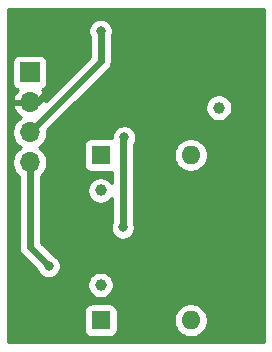
<source format=gbl>
G04 #@! TF.GenerationSoftware,KiCad,Pcbnew,5.1.6-c6e7f7d~87~ubuntu18.04.1*
G04 #@! TF.CreationDate,2021-01-03T20:00:45-05:00*
G04 #@! TF.ProjectId,entropy,656e7472-6f70-4792-9e6b-696361645f70,rev?*
G04 #@! TF.SameCoordinates,Original*
G04 #@! TF.FileFunction,Copper,L2,Bot*
G04 #@! TF.FilePolarity,Positive*
%FSLAX46Y46*%
G04 Gerber Fmt 4.6, Leading zero omitted, Abs format (unit mm)*
G04 Created by KiCad (PCBNEW 5.1.6-c6e7f7d~87~ubuntu18.04.1) date 2021-01-03 20:00:45*
%MOMM*%
%LPD*%
G01*
G04 APERTURE LIST*
G04 #@! TA.AperFunction,ComponentPad*
%ADD10R,1.600000X1.600000*%
G04 #@! TD*
G04 #@! TA.AperFunction,ComponentPad*
%ADD11O,1.600000X1.600000*%
G04 #@! TD*
G04 #@! TA.AperFunction,ComponentPad*
%ADD12R,1.700000X1.700000*%
G04 #@! TD*
G04 #@! TA.AperFunction,ComponentPad*
%ADD13O,1.700000X1.700000*%
G04 #@! TD*
G04 #@! TA.AperFunction,ComponentPad*
%ADD14C,1.000000*%
G04 #@! TD*
G04 #@! TA.AperFunction,ViaPad*
%ADD15C,0.800000*%
G04 #@! TD*
G04 #@! TA.AperFunction,Conductor*
%ADD16C,0.600000*%
G04 #@! TD*
G04 #@! TA.AperFunction,Conductor*
%ADD17C,0.254000*%
G04 #@! TD*
G04 APERTURE END LIST*
D10*
X167000000Y-140000000D03*
D11*
X174620000Y-140000000D03*
X174620000Y-126000000D03*
D10*
X167000000Y-126000000D03*
D12*
X161000000Y-119000000D03*
D13*
X161000000Y-121540000D03*
X161000000Y-124080000D03*
X161000000Y-126620000D03*
D14*
X167000000Y-137000000D03*
X167000000Y-129000000D03*
X177000000Y-122000000D03*
D15*
X170600000Y-118200000D03*
X167500000Y-114000000D03*
X177000000Y-115000000D03*
X175500000Y-120500000D03*
X164000000Y-115000000D03*
X161000000Y-116000000D03*
X175500000Y-129000000D03*
X176000000Y-124000000D03*
X171000000Y-127000000D03*
X167000000Y-124000000D03*
X161000000Y-135500000D03*
X164500000Y-137000000D03*
X167500000Y-135500000D03*
X168500000Y-133500000D03*
X170500000Y-138500000D03*
X175000000Y-138000000D03*
X174500000Y-135500000D03*
X174000000Y-133000000D03*
X179000000Y-133000000D03*
X167500000Y-130500000D03*
X165700000Y-127900000D03*
X170600000Y-132500000D03*
X178800000Y-138000000D03*
X173400000Y-137600000D03*
X165400000Y-121700000D03*
X164800000Y-122400000D03*
X164100000Y-123100000D03*
X162500000Y-120700000D03*
X168875000Y-132125000D03*
X169000000Y-124500000D03*
X167000000Y-115500000D03*
X162600000Y-135400000D03*
D16*
X161000000Y-121540000D02*
X161660000Y-121540000D01*
X161660000Y-121540000D02*
X162500000Y-120700000D01*
X162500000Y-120700000D02*
X162500000Y-120700000D01*
X168875000Y-132125000D02*
X168875000Y-124625000D01*
X168875000Y-124625000D02*
X169000000Y-124500000D01*
X161000000Y-124080000D02*
X167000000Y-118080000D01*
X167000000Y-118080000D02*
X167000000Y-115500000D01*
X161000000Y-133800000D02*
X161000000Y-133000000D01*
X162600000Y-135400000D02*
X161000000Y-133800000D01*
X161000000Y-126620000D02*
X161000000Y-133000000D01*
D17*
G36*
X180840000Y-141840000D02*
G01*
X159160000Y-141840000D01*
X159160000Y-139200000D01*
X165561928Y-139200000D01*
X165561928Y-140800000D01*
X165574188Y-140924482D01*
X165610498Y-141044180D01*
X165669463Y-141154494D01*
X165748815Y-141251185D01*
X165845506Y-141330537D01*
X165955820Y-141389502D01*
X166075518Y-141425812D01*
X166200000Y-141438072D01*
X167800000Y-141438072D01*
X167924482Y-141425812D01*
X168044180Y-141389502D01*
X168154494Y-141330537D01*
X168251185Y-141251185D01*
X168330537Y-141154494D01*
X168389502Y-141044180D01*
X168425812Y-140924482D01*
X168438072Y-140800000D01*
X168438072Y-139858665D01*
X173185000Y-139858665D01*
X173185000Y-140141335D01*
X173240147Y-140418574D01*
X173348320Y-140679727D01*
X173505363Y-140914759D01*
X173705241Y-141114637D01*
X173940273Y-141271680D01*
X174201426Y-141379853D01*
X174478665Y-141435000D01*
X174761335Y-141435000D01*
X175038574Y-141379853D01*
X175299727Y-141271680D01*
X175534759Y-141114637D01*
X175734637Y-140914759D01*
X175891680Y-140679727D01*
X175999853Y-140418574D01*
X176055000Y-140141335D01*
X176055000Y-139858665D01*
X175999853Y-139581426D01*
X175891680Y-139320273D01*
X175734637Y-139085241D01*
X175534759Y-138885363D01*
X175299727Y-138728320D01*
X175038574Y-138620147D01*
X174761335Y-138565000D01*
X174478665Y-138565000D01*
X174201426Y-138620147D01*
X173940273Y-138728320D01*
X173705241Y-138885363D01*
X173505363Y-139085241D01*
X173348320Y-139320273D01*
X173240147Y-139581426D01*
X173185000Y-139858665D01*
X168438072Y-139858665D01*
X168438072Y-139200000D01*
X168425812Y-139075518D01*
X168389502Y-138955820D01*
X168330537Y-138845506D01*
X168251185Y-138748815D01*
X168154494Y-138669463D01*
X168044180Y-138610498D01*
X167924482Y-138574188D01*
X167800000Y-138561928D01*
X166200000Y-138561928D01*
X166075518Y-138574188D01*
X165955820Y-138610498D01*
X165845506Y-138669463D01*
X165748815Y-138748815D01*
X165669463Y-138845506D01*
X165610498Y-138955820D01*
X165574188Y-139075518D01*
X165561928Y-139200000D01*
X159160000Y-139200000D01*
X159160000Y-136888212D01*
X165865000Y-136888212D01*
X165865000Y-137111788D01*
X165908617Y-137331067D01*
X165994176Y-137537624D01*
X166118388Y-137723520D01*
X166276480Y-137881612D01*
X166462376Y-138005824D01*
X166668933Y-138091383D01*
X166888212Y-138135000D01*
X167111788Y-138135000D01*
X167331067Y-138091383D01*
X167537624Y-138005824D01*
X167723520Y-137881612D01*
X167881612Y-137723520D01*
X168005824Y-137537624D01*
X168091383Y-137331067D01*
X168135000Y-137111788D01*
X168135000Y-136888212D01*
X168091383Y-136668933D01*
X168005824Y-136462376D01*
X167881612Y-136276480D01*
X167723520Y-136118388D01*
X167537624Y-135994176D01*
X167331067Y-135908617D01*
X167111788Y-135865000D01*
X166888212Y-135865000D01*
X166668933Y-135908617D01*
X166462376Y-135994176D01*
X166276480Y-136118388D01*
X166118388Y-136276480D01*
X165994176Y-136462376D01*
X165908617Y-136668933D01*
X165865000Y-136888212D01*
X159160000Y-136888212D01*
X159160000Y-118150000D01*
X159511928Y-118150000D01*
X159511928Y-119850000D01*
X159524188Y-119974482D01*
X159560498Y-120094180D01*
X159619463Y-120204494D01*
X159698815Y-120301185D01*
X159795506Y-120380537D01*
X159905820Y-120439502D01*
X159986466Y-120463966D01*
X159902412Y-120539731D01*
X159728359Y-120773080D01*
X159603175Y-121035901D01*
X159558524Y-121183110D01*
X159679845Y-121413000D01*
X160873000Y-121413000D01*
X160873000Y-121393000D01*
X161127000Y-121393000D01*
X161127000Y-121413000D01*
X161147000Y-121413000D01*
X161147000Y-121667000D01*
X161127000Y-121667000D01*
X161127000Y-121687000D01*
X160873000Y-121687000D01*
X160873000Y-121667000D01*
X159679845Y-121667000D01*
X159558524Y-121896890D01*
X159603175Y-122044099D01*
X159728359Y-122306920D01*
X159902412Y-122540269D01*
X160118645Y-122735178D01*
X160235534Y-122804805D01*
X160053368Y-122926525D01*
X159846525Y-123133368D01*
X159684010Y-123376589D01*
X159572068Y-123646842D01*
X159515000Y-123933740D01*
X159515000Y-124226260D01*
X159572068Y-124513158D01*
X159684010Y-124783411D01*
X159846525Y-125026632D01*
X160053368Y-125233475D01*
X160227760Y-125350000D01*
X160053368Y-125466525D01*
X159846525Y-125673368D01*
X159684010Y-125916589D01*
X159572068Y-126186842D01*
X159515000Y-126473740D01*
X159515000Y-126766260D01*
X159572068Y-127053158D01*
X159684010Y-127323411D01*
X159846525Y-127566632D01*
X160053368Y-127773475D01*
X160065000Y-127781247D01*
X160065001Y-132954058D01*
X160065000Y-132954068D01*
X160065000Y-133754068D01*
X160060476Y-133800000D01*
X160065000Y-133845931D01*
X160078529Y-133983291D01*
X160131993Y-134159539D01*
X160218814Y-134321971D01*
X160335656Y-134464344D01*
X160371341Y-134493630D01*
X161622569Y-135744858D01*
X161682795Y-135890256D01*
X161796063Y-136059774D01*
X161940226Y-136203937D01*
X162109744Y-136317205D01*
X162298102Y-136395226D01*
X162498061Y-136435000D01*
X162701939Y-136435000D01*
X162901898Y-136395226D01*
X163090256Y-136317205D01*
X163259774Y-136203937D01*
X163403937Y-136059774D01*
X163517205Y-135890256D01*
X163595226Y-135701898D01*
X163635000Y-135501939D01*
X163635000Y-135298061D01*
X163595226Y-135098102D01*
X163517205Y-134909744D01*
X163403937Y-134740226D01*
X163259774Y-134596063D01*
X163090256Y-134482795D01*
X162944858Y-134422569D01*
X161935000Y-133412711D01*
X161935000Y-127781247D01*
X161946632Y-127773475D01*
X162153475Y-127566632D01*
X162315990Y-127323411D01*
X162427932Y-127053158D01*
X162485000Y-126766260D01*
X162485000Y-126473740D01*
X162427932Y-126186842D01*
X162315990Y-125916589D01*
X162153475Y-125673368D01*
X161946632Y-125466525D01*
X161772240Y-125350000D01*
X161946632Y-125233475D01*
X161980107Y-125200000D01*
X165561928Y-125200000D01*
X165561928Y-126800000D01*
X165574188Y-126924482D01*
X165610498Y-127044180D01*
X165669463Y-127154494D01*
X165748815Y-127251185D01*
X165845506Y-127330537D01*
X165955820Y-127389502D01*
X166075518Y-127425812D01*
X166200000Y-127438072D01*
X167800000Y-127438072D01*
X167924482Y-127425812D01*
X167940001Y-127421104D01*
X167940001Y-128363864D01*
X167881612Y-128276480D01*
X167723520Y-128118388D01*
X167537624Y-127994176D01*
X167331067Y-127908617D01*
X167111788Y-127865000D01*
X166888212Y-127865000D01*
X166668933Y-127908617D01*
X166462376Y-127994176D01*
X166276480Y-128118388D01*
X166118388Y-128276480D01*
X165994176Y-128462376D01*
X165908617Y-128668933D01*
X165865000Y-128888212D01*
X165865000Y-129111788D01*
X165908617Y-129331067D01*
X165994176Y-129537624D01*
X166118388Y-129723520D01*
X166276480Y-129881612D01*
X166462376Y-130005824D01*
X166668933Y-130091383D01*
X166888212Y-130135000D01*
X167111788Y-130135000D01*
X167331067Y-130091383D01*
X167537624Y-130005824D01*
X167723520Y-129881612D01*
X167881612Y-129723520D01*
X167940000Y-129636136D01*
X167940000Y-131677704D01*
X167879774Y-131823102D01*
X167840000Y-132023061D01*
X167840000Y-132226939D01*
X167879774Y-132426898D01*
X167957795Y-132615256D01*
X168071063Y-132784774D01*
X168215226Y-132928937D01*
X168384744Y-133042205D01*
X168573102Y-133120226D01*
X168773061Y-133160000D01*
X168976939Y-133160000D01*
X169176898Y-133120226D01*
X169365256Y-133042205D01*
X169534774Y-132928937D01*
X169678937Y-132784774D01*
X169792205Y-132615256D01*
X169870226Y-132426898D01*
X169910000Y-132226939D01*
X169910000Y-132023061D01*
X169870226Y-131823102D01*
X169810000Y-131677705D01*
X169810000Y-125858665D01*
X173185000Y-125858665D01*
X173185000Y-126141335D01*
X173240147Y-126418574D01*
X173348320Y-126679727D01*
X173505363Y-126914759D01*
X173705241Y-127114637D01*
X173940273Y-127271680D01*
X174201426Y-127379853D01*
X174478665Y-127435000D01*
X174761335Y-127435000D01*
X175038574Y-127379853D01*
X175299727Y-127271680D01*
X175534759Y-127114637D01*
X175734637Y-126914759D01*
X175891680Y-126679727D01*
X175999853Y-126418574D01*
X176055000Y-126141335D01*
X176055000Y-125858665D01*
X175999853Y-125581426D01*
X175891680Y-125320273D01*
X175734637Y-125085241D01*
X175534759Y-124885363D01*
X175299727Y-124728320D01*
X175038574Y-124620147D01*
X174761335Y-124565000D01*
X174478665Y-124565000D01*
X174201426Y-124620147D01*
X173940273Y-124728320D01*
X173705241Y-124885363D01*
X173505363Y-125085241D01*
X173348320Y-125320273D01*
X173240147Y-125581426D01*
X173185000Y-125858665D01*
X169810000Y-125858665D01*
X169810000Y-125150700D01*
X169917205Y-124990256D01*
X169995226Y-124801898D01*
X170035000Y-124601939D01*
X170035000Y-124398061D01*
X169995226Y-124198102D01*
X169917205Y-124009744D01*
X169803937Y-123840226D01*
X169659774Y-123696063D01*
X169490256Y-123582795D01*
X169301898Y-123504774D01*
X169101939Y-123465000D01*
X168898061Y-123465000D01*
X168698102Y-123504774D01*
X168509744Y-123582795D01*
X168340226Y-123696063D01*
X168196063Y-123840226D01*
X168082795Y-124009744D01*
X168004774Y-124198102D01*
X167965000Y-124398061D01*
X167965000Y-124403894D01*
X167953529Y-124441709D01*
X167940017Y-124578900D01*
X167924482Y-124574188D01*
X167800000Y-124561928D01*
X166200000Y-124561928D01*
X166075518Y-124574188D01*
X165955820Y-124610498D01*
X165845506Y-124669463D01*
X165748815Y-124748815D01*
X165669463Y-124845506D01*
X165610498Y-124955820D01*
X165574188Y-125075518D01*
X165561928Y-125200000D01*
X161980107Y-125200000D01*
X162153475Y-125026632D01*
X162315990Y-124783411D01*
X162427932Y-124513158D01*
X162485000Y-124226260D01*
X162485000Y-123933740D01*
X162482271Y-123920019D01*
X164514078Y-121888212D01*
X175865000Y-121888212D01*
X175865000Y-122111788D01*
X175908617Y-122331067D01*
X175994176Y-122537624D01*
X176118388Y-122723520D01*
X176276480Y-122881612D01*
X176462376Y-123005824D01*
X176668933Y-123091383D01*
X176888212Y-123135000D01*
X177111788Y-123135000D01*
X177331067Y-123091383D01*
X177537624Y-123005824D01*
X177723520Y-122881612D01*
X177881612Y-122723520D01*
X178005824Y-122537624D01*
X178091383Y-122331067D01*
X178135000Y-122111788D01*
X178135000Y-121888212D01*
X178091383Y-121668933D01*
X178005824Y-121462376D01*
X177881612Y-121276480D01*
X177723520Y-121118388D01*
X177537624Y-120994176D01*
X177331067Y-120908617D01*
X177111788Y-120865000D01*
X176888212Y-120865000D01*
X176668933Y-120908617D01*
X176462376Y-120994176D01*
X176276480Y-121118388D01*
X176118388Y-121276480D01*
X175994176Y-121462376D01*
X175908617Y-121668933D01*
X175865000Y-121888212D01*
X164514078Y-121888212D01*
X167628666Y-118773624D01*
X167664344Y-118744344D01*
X167781186Y-118601972D01*
X167868007Y-118439540D01*
X167921471Y-118263292D01*
X167921471Y-118263291D01*
X167939524Y-118080001D01*
X167935000Y-118034069D01*
X167935000Y-115947295D01*
X167995226Y-115801898D01*
X168035000Y-115601939D01*
X168035000Y-115398061D01*
X167995226Y-115198102D01*
X167917205Y-115009744D01*
X167803937Y-114840226D01*
X167659774Y-114696063D01*
X167490256Y-114582795D01*
X167301898Y-114504774D01*
X167101939Y-114465000D01*
X166898061Y-114465000D01*
X166698102Y-114504774D01*
X166509744Y-114582795D01*
X166340226Y-114696063D01*
X166196063Y-114840226D01*
X166082795Y-115009744D01*
X166004774Y-115198102D01*
X165965000Y-115398061D01*
X165965000Y-115601939D01*
X166004774Y-115801898D01*
X166065001Y-115947297D01*
X166065000Y-117692710D01*
X162344713Y-121412998D01*
X162320156Y-121412998D01*
X162441476Y-121183110D01*
X162396825Y-121035901D01*
X162271641Y-120773080D01*
X162097588Y-120539731D01*
X162013534Y-120463966D01*
X162094180Y-120439502D01*
X162204494Y-120380537D01*
X162301185Y-120301185D01*
X162380537Y-120204494D01*
X162439502Y-120094180D01*
X162475812Y-119974482D01*
X162488072Y-119850000D01*
X162488072Y-118150000D01*
X162475812Y-118025518D01*
X162439502Y-117905820D01*
X162380537Y-117795506D01*
X162301185Y-117698815D01*
X162204494Y-117619463D01*
X162094180Y-117560498D01*
X161974482Y-117524188D01*
X161850000Y-117511928D01*
X160150000Y-117511928D01*
X160025518Y-117524188D01*
X159905820Y-117560498D01*
X159795506Y-117619463D01*
X159698815Y-117698815D01*
X159619463Y-117795506D01*
X159560498Y-117905820D01*
X159524188Y-118025518D01*
X159511928Y-118150000D01*
X159160000Y-118150000D01*
X159160000Y-113660000D01*
X180840001Y-113660000D01*
X180840000Y-141840000D01*
G37*
X180840000Y-141840000D02*
X159160000Y-141840000D01*
X159160000Y-139200000D01*
X165561928Y-139200000D01*
X165561928Y-140800000D01*
X165574188Y-140924482D01*
X165610498Y-141044180D01*
X165669463Y-141154494D01*
X165748815Y-141251185D01*
X165845506Y-141330537D01*
X165955820Y-141389502D01*
X166075518Y-141425812D01*
X166200000Y-141438072D01*
X167800000Y-141438072D01*
X167924482Y-141425812D01*
X168044180Y-141389502D01*
X168154494Y-141330537D01*
X168251185Y-141251185D01*
X168330537Y-141154494D01*
X168389502Y-141044180D01*
X168425812Y-140924482D01*
X168438072Y-140800000D01*
X168438072Y-139858665D01*
X173185000Y-139858665D01*
X173185000Y-140141335D01*
X173240147Y-140418574D01*
X173348320Y-140679727D01*
X173505363Y-140914759D01*
X173705241Y-141114637D01*
X173940273Y-141271680D01*
X174201426Y-141379853D01*
X174478665Y-141435000D01*
X174761335Y-141435000D01*
X175038574Y-141379853D01*
X175299727Y-141271680D01*
X175534759Y-141114637D01*
X175734637Y-140914759D01*
X175891680Y-140679727D01*
X175999853Y-140418574D01*
X176055000Y-140141335D01*
X176055000Y-139858665D01*
X175999853Y-139581426D01*
X175891680Y-139320273D01*
X175734637Y-139085241D01*
X175534759Y-138885363D01*
X175299727Y-138728320D01*
X175038574Y-138620147D01*
X174761335Y-138565000D01*
X174478665Y-138565000D01*
X174201426Y-138620147D01*
X173940273Y-138728320D01*
X173705241Y-138885363D01*
X173505363Y-139085241D01*
X173348320Y-139320273D01*
X173240147Y-139581426D01*
X173185000Y-139858665D01*
X168438072Y-139858665D01*
X168438072Y-139200000D01*
X168425812Y-139075518D01*
X168389502Y-138955820D01*
X168330537Y-138845506D01*
X168251185Y-138748815D01*
X168154494Y-138669463D01*
X168044180Y-138610498D01*
X167924482Y-138574188D01*
X167800000Y-138561928D01*
X166200000Y-138561928D01*
X166075518Y-138574188D01*
X165955820Y-138610498D01*
X165845506Y-138669463D01*
X165748815Y-138748815D01*
X165669463Y-138845506D01*
X165610498Y-138955820D01*
X165574188Y-139075518D01*
X165561928Y-139200000D01*
X159160000Y-139200000D01*
X159160000Y-136888212D01*
X165865000Y-136888212D01*
X165865000Y-137111788D01*
X165908617Y-137331067D01*
X165994176Y-137537624D01*
X166118388Y-137723520D01*
X166276480Y-137881612D01*
X166462376Y-138005824D01*
X166668933Y-138091383D01*
X166888212Y-138135000D01*
X167111788Y-138135000D01*
X167331067Y-138091383D01*
X167537624Y-138005824D01*
X167723520Y-137881612D01*
X167881612Y-137723520D01*
X168005824Y-137537624D01*
X168091383Y-137331067D01*
X168135000Y-137111788D01*
X168135000Y-136888212D01*
X168091383Y-136668933D01*
X168005824Y-136462376D01*
X167881612Y-136276480D01*
X167723520Y-136118388D01*
X167537624Y-135994176D01*
X167331067Y-135908617D01*
X167111788Y-135865000D01*
X166888212Y-135865000D01*
X166668933Y-135908617D01*
X166462376Y-135994176D01*
X166276480Y-136118388D01*
X166118388Y-136276480D01*
X165994176Y-136462376D01*
X165908617Y-136668933D01*
X165865000Y-136888212D01*
X159160000Y-136888212D01*
X159160000Y-118150000D01*
X159511928Y-118150000D01*
X159511928Y-119850000D01*
X159524188Y-119974482D01*
X159560498Y-120094180D01*
X159619463Y-120204494D01*
X159698815Y-120301185D01*
X159795506Y-120380537D01*
X159905820Y-120439502D01*
X159986466Y-120463966D01*
X159902412Y-120539731D01*
X159728359Y-120773080D01*
X159603175Y-121035901D01*
X159558524Y-121183110D01*
X159679845Y-121413000D01*
X160873000Y-121413000D01*
X160873000Y-121393000D01*
X161127000Y-121393000D01*
X161127000Y-121413000D01*
X161147000Y-121413000D01*
X161147000Y-121667000D01*
X161127000Y-121667000D01*
X161127000Y-121687000D01*
X160873000Y-121687000D01*
X160873000Y-121667000D01*
X159679845Y-121667000D01*
X159558524Y-121896890D01*
X159603175Y-122044099D01*
X159728359Y-122306920D01*
X159902412Y-122540269D01*
X160118645Y-122735178D01*
X160235534Y-122804805D01*
X160053368Y-122926525D01*
X159846525Y-123133368D01*
X159684010Y-123376589D01*
X159572068Y-123646842D01*
X159515000Y-123933740D01*
X159515000Y-124226260D01*
X159572068Y-124513158D01*
X159684010Y-124783411D01*
X159846525Y-125026632D01*
X160053368Y-125233475D01*
X160227760Y-125350000D01*
X160053368Y-125466525D01*
X159846525Y-125673368D01*
X159684010Y-125916589D01*
X159572068Y-126186842D01*
X159515000Y-126473740D01*
X159515000Y-126766260D01*
X159572068Y-127053158D01*
X159684010Y-127323411D01*
X159846525Y-127566632D01*
X160053368Y-127773475D01*
X160065000Y-127781247D01*
X160065001Y-132954058D01*
X160065000Y-132954068D01*
X160065000Y-133754068D01*
X160060476Y-133800000D01*
X160065000Y-133845931D01*
X160078529Y-133983291D01*
X160131993Y-134159539D01*
X160218814Y-134321971D01*
X160335656Y-134464344D01*
X160371341Y-134493630D01*
X161622569Y-135744858D01*
X161682795Y-135890256D01*
X161796063Y-136059774D01*
X161940226Y-136203937D01*
X162109744Y-136317205D01*
X162298102Y-136395226D01*
X162498061Y-136435000D01*
X162701939Y-136435000D01*
X162901898Y-136395226D01*
X163090256Y-136317205D01*
X163259774Y-136203937D01*
X163403937Y-136059774D01*
X163517205Y-135890256D01*
X163595226Y-135701898D01*
X163635000Y-135501939D01*
X163635000Y-135298061D01*
X163595226Y-135098102D01*
X163517205Y-134909744D01*
X163403937Y-134740226D01*
X163259774Y-134596063D01*
X163090256Y-134482795D01*
X162944858Y-134422569D01*
X161935000Y-133412711D01*
X161935000Y-127781247D01*
X161946632Y-127773475D01*
X162153475Y-127566632D01*
X162315990Y-127323411D01*
X162427932Y-127053158D01*
X162485000Y-126766260D01*
X162485000Y-126473740D01*
X162427932Y-126186842D01*
X162315990Y-125916589D01*
X162153475Y-125673368D01*
X161946632Y-125466525D01*
X161772240Y-125350000D01*
X161946632Y-125233475D01*
X161980107Y-125200000D01*
X165561928Y-125200000D01*
X165561928Y-126800000D01*
X165574188Y-126924482D01*
X165610498Y-127044180D01*
X165669463Y-127154494D01*
X165748815Y-127251185D01*
X165845506Y-127330537D01*
X165955820Y-127389502D01*
X166075518Y-127425812D01*
X166200000Y-127438072D01*
X167800000Y-127438072D01*
X167924482Y-127425812D01*
X167940001Y-127421104D01*
X167940001Y-128363864D01*
X167881612Y-128276480D01*
X167723520Y-128118388D01*
X167537624Y-127994176D01*
X167331067Y-127908617D01*
X167111788Y-127865000D01*
X166888212Y-127865000D01*
X166668933Y-127908617D01*
X166462376Y-127994176D01*
X166276480Y-128118388D01*
X166118388Y-128276480D01*
X165994176Y-128462376D01*
X165908617Y-128668933D01*
X165865000Y-128888212D01*
X165865000Y-129111788D01*
X165908617Y-129331067D01*
X165994176Y-129537624D01*
X166118388Y-129723520D01*
X166276480Y-129881612D01*
X166462376Y-130005824D01*
X166668933Y-130091383D01*
X166888212Y-130135000D01*
X167111788Y-130135000D01*
X167331067Y-130091383D01*
X167537624Y-130005824D01*
X167723520Y-129881612D01*
X167881612Y-129723520D01*
X167940000Y-129636136D01*
X167940000Y-131677704D01*
X167879774Y-131823102D01*
X167840000Y-132023061D01*
X167840000Y-132226939D01*
X167879774Y-132426898D01*
X167957795Y-132615256D01*
X168071063Y-132784774D01*
X168215226Y-132928937D01*
X168384744Y-133042205D01*
X168573102Y-133120226D01*
X168773061Y-133160000D01*
X168976939Y-133160000D01*
X169176898Y-133120226D01*
X169365256Y-133042205D01*
X169534774Y-132928937D01*
X169678937Y-132784774D01*
X169792205Y-132615256D01*
X169870226Y-132426898D01*
X169910000Y-132226939D01*
X169910000Y-132023061D01*
X169870226Y-131823102D01*
X169810000Y-131677705D01*
X169810000Y-125858665D01*
X173185000Y-125858665D01*
X173185000Y-126141335D01*
X173240147Y-126418574D01*
X173348320Y-126679727D01*
X173505363Y-126914759D01*
X173705241Y-127114637D01*
X173940273Y-127271680D01*
X174201426Y-127379853D01*
X174478665Y-127435000D01*
X174761335Y-127435000D01*
X175038574Y-127379853D01*
X175299727Y-127271680D01*
X175534759Y-127114637D01*
X175734637Y-126914759D01*
X175891680Y-126679727D01*
X175999853Y-126418574D01*
X176055000Y-126141335D01*
X176055000Y-125858665D01*
X175999853Y-125581426D01*
X175891680Y-125320273D01*
X175734637Y-125085241D01*
X175534759Y-124885363D01*
X175299727Y-124728320D01*
X175038574Y-124620147D01*
X174761335Y-124565000D01*
X174478665Y-124565000D01*
X174201426Y-124620147D01*
X173940273Y-124728320D01*
X173705241Y-124885363D01*
X173505363Y-125085241D01*
X173348320Y-125320273D01*
X173240147Y-125581426D01*
X173185000Y-125858665D01*
X169810000Y-125858665D01*
X169810000Y-125150700D01*
X169917205Y-124990256D01*
X169995226Y-124801898D01*
X170035000Y-124601939D01*
X170035000Y-124398061D01*
X169995226Y-124198102D01*
X169917205Y-124009744D01*
X169803937Y-123840226D01*
X169659774Y-123696063D01*
X169490256Y-123582795D01*
X169301898Y-123504774D01*
X169101939Y-123465000D01*
X168898061Y-123465000D01*
X168698102Y-123504774D01*
X168509744Y-123582795D01*
X168340226Y-123696063D01*
X168196063Y-123840226D01*
X168082795Y-124009744D01*
X168004774Y-124198102D01*
X167965000Y-124398061D01*
X167965000Y-124403894D01*
X167953529Y-124441709D01*
X167940017Y-124578900D01*
X167924482Y-124574188D01*
X167800000Y-124561928D01*
X166200000Y-124561928D01*
X166075518Y-124574188D01*
X165955820Y-124610498D01*
X165845506Y-124669463D01*
X165748815Y-124748815D01*
X165669463Y-124845506D01*
X165610498Y-124955820D01*
X165574188Y-125075518D01*
X165561928Y-125200000D01*
X161980107Y-125200000D01*
X162153475Y-125026632D01*
X162315990Y-124783411D01*
X162427932Y-124513158D01*
X162485000Y-124226260D01*
X162485000Y-123933740D01*
X162482271Y-123920019D01*
X164514078Y-121888212D01*
X175865000Y-121888212D01*
X175865000Y-122111788D01*
X175908617Y-122331067D01*
X175994176Y-122537624D01*
X176118388Y-122723520D01*
X176276480Y-122881612D01*
X176462376Y-123005824D01*
X176668933Y-123091383D01*
X176888212Y-123135000D01*
X177111788Y-123135000D01*
X177331067Y-123091383D01*
X177537624Y-123005824D01*
X177723520Y-122881612D01*
X177881612Y-122723520D01*
X178005824Y-122537624D01*
X178091383Y-122331067D01*
X178135000Y-122111788D01*
X178135000Y-121888212D01*
X178091383Y-121668933D01*
X178005824Y-121462376D01*
X177881612Y-121276480D01*
X177723520Y-121118388D01*
X177537624Y-120994176D01*
X177331067Y-120908617D01*
X177111788Y-120865000D01*
X176888212Y-120865000D01*
X176668933Y-120908617D01*
X176462376Y-120994176D01*
X176276480Y-121118388D01*
X176118388Y-121276480D01*
X175994176Y-121462376D01*
X175908617Y-121668933D01*
X175865000Y-121888212D01*
X164514078Y-121888212D01*
X167628666Y-118773624D01*
X167664344Y-118744344D01*
X167781186Y-118601972D01*
X167868007Y-118439540D01*
X167921471Y-118263292D01*
X167921471Y-118263291D01*
X167939524Y-118080001D01*
X167935000Y-118034069D01*
X167935000Y-115947295D01*
X167995226Y-115801898D01*
X168035000Y-115601939D01*
X168035000Y-115398061D01*
X167995226Y-115198102D01*
X167917205Y-115009744D01*
X167803937Y-114840226D01*
X167659774Y-114696063D01*
X167490256Y-114582795D01*
X167301898Y-114504774D01*
X167101939Y-114465000D01*
X166898061Y-114465000D01*
X166698102Y-114504774D01*
X166509744Y-114582795D01*
X166340226Y-114696063D01*
X166196063Y-114840226D01*
X166082795Y-115009744D01*
X166004774Y-115198102D01*
X165965000Y-115398061D01*
X165965000Y-115601939D01*
X166004774Y-115801898D01*
X166065001Y-115947297D01*
X166065000Y-117692710D01*
X162344713Y-121412998D01*
X162320156Y-121412998D01*
X162441476Y-121183110D01*
X162396825Y-121035901D01*
X162271641Y-120773080D01*
X162097588Y-120539731D01*
X162013534Y-120463966D01*
X162094180Y-120439502D01*
X162204494Y-120380537D01*
X162301185Y-120301185D01*
X162380537Y-120204494D01*
X162439502Y-120094180D01*
X162475812Y-119974482D01*
X162488072Y-119850000D01*
X162488072Y-118150000D01*
X162475812Y-118025518D01*
X162439502Y-117905820D01*
X162380537Y-117795506D01*
X162301185Y-117698815D01*
X162204494Y-117619463D01*
X162094180Y-117560498D01*
X161974482Y-117524188D01*
X161850000Y-117511928D01*
X160150000Y-117511928D01*
X160025518Y-117524188D01*
X159905820Y-117560498D01*
X159795506Y-117619463D01*
X159698815Y-117698815D01*
X159619463Y-117795506D01*
X159560498Y-117905820D01*
X159524188Y-118025518D01*
X159511928Y-118150000D01*
X159160000Y-118150000D01*
X159160000Y-113660000D01*
X180840001Y-113660000D01*
X180840000Y-141840000D01*
M02*

</source>
